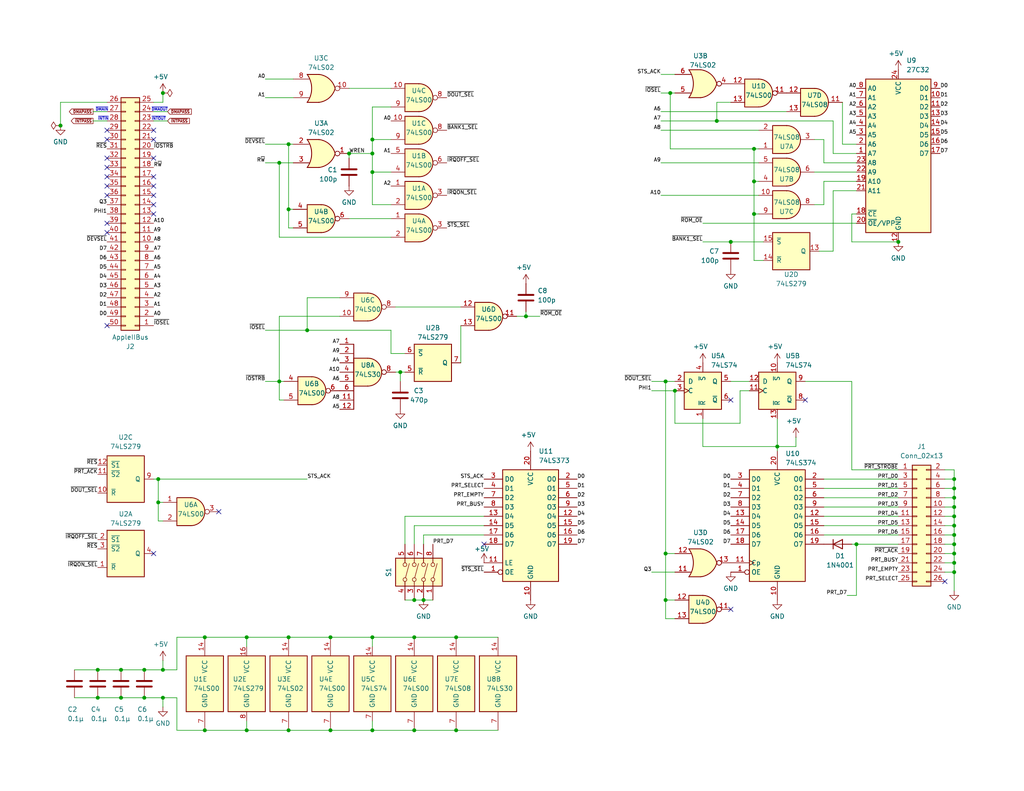
<source format=kicad_sch>
(kicad_sch (version 20231120) (generator "eeschema") (generator_version "8.0")
  (paper "USLetter")
  (title_block (title "Orange Micro Grappler+ Printer Card") (date "2023-11-06") (rev "C") (comment 2 "captured by Mark Aikens") (comment 3 "by Orange Micro") (comment 4 "Apple II printer card"))
  (lib_symbols
    (symbol "74xx:74LS00" (pin_names (offset 1.016))
      (property "Reference" "U" (at 0 1.27 0))
      (property "Value" "74LS00" (at 0 -1.27 0))
      (symbol "74LS00_1_1"
        (pin input line (at -7.62 2.54 0) (length 3.81) (name "~") (number "1"))
        (pin input line (at -7.62 -2.54 0) (length 3.81) (name "~") (number "2"))
        (pin output inverted (at 7.62 0 180) (length 3.81) (name "~") (number "3"))
      )
      (symbol "74LS00_1_2"
        (pin input inverted (at -7.62 2.54 0) (length 4.318) (name "~") (number "1"))
        (pin input inverted (at -7.62 -2.54 0) (length 4.318) (name "~") (number "2"))
        (pin output line (at 7.62 0 180) (length 3.81) (name "~") (number "3"))
      )
      (symbol "74LS00_2_1"
        (pin input line (at -7.62 2.54 0) (length 3.81) (name "~") (number "4"))
        (pin input line (at -7.62 -2.54 0) (length 3.81) (name "~") (number "5"))
        (pin output inverted (at 7.62 0 180) (length 3.81) (name "~") (number "6"))
      )
      (symbol "74LS00_2_2"
        (pin input inverted (at -7.62 2.54 0) (length 4.318) (name "~") (number "4"))
        (pin input inverted (at -7.62 -2.54 0) (length 4.318) (name "~") (number "5"))
        (pin output line (at 7.62 0 180) (length 3.81) (name "~") (number "6"))
      )
      (symbol "74LS00_3_1"
        (pin input line (at -7.62 -2.54 0) (length 3.81) (name "~") (number "10"))
        (pin output inverted (at 7.62 0 180) (length 3.81) (name "~") (number "8"))
        (pin input line (at -7.62 2.54 0) (length 3.81) (name "~") (number "9"))
      )
      (symbol "74LS00_3_2"
        (pin input inverted (at -7.62 -2.54 0) (length 4.318) (name "~") (number "10"))
        (pin output line (at 7.62 0 180) (length 3.81) (name "~") (number "8"))
        (pin input inverted (at -7.62 2.54 0) (length 4.318) (name "~") (number "9"))
      )
      (symbol "74LS00_4_1"
        (pin output inverted (at 7.62 0 180) (length 3.81) (name "~") (number "11"))
        (pin input line (at -7.62 2.54 0) (length 3.81) (name "~") (number "12"))
        (pin input line (at -7.62 -2.54 0) (length 3.81) (name "~") (number "13"))
      )
      (symbol "74LS00_4_2"
        (pin output line (at 7.62 0 180) (length 3.81) (name "~") (number "11"))
        (pin input inverted (at -7.62 2.54 0) (length 4.318) (name "~") (number "12"))
        (pin input inverted (at -7.62 -2.54 0) (length 4.318) (name "~") (number "13"))
      )
      (symbol "74LS00_5_0"
        (pin power_in line (at 0 12.7 270) (length 5.08) (name "VCC") (number "14"))
        (pin power_in line (at 0 -12.7 90) (length 5.08) (name "GND") (number "7"))
      )
    )
    (symbol "74xx:74LS02" (pin_names (offset 1.016))
      (property "Reference" "U" (at 0 1.27 0))
      (property "Value" "74LS02" (at 0 -1.27 0))
      (symbol "74LS02_1_1"
        (pin output inverted (at 7.62 0 180) (length 3.81) (name "~") (number "1"))
        (pin input line (at -7.62 2.54 0) (length 4.318) (name "~") (number "2"))
        (pin input line (at -7.62 -2.54 0) (length 4.318) (name "~") (number "3"))
      )
      (symbol "74LS02_1_2"
        (pin output line (at 7.62 0 180) (length 3.81) (name "~") (number "1"))
        (pin input inverted (at -7.62 2.54 0) (length 3.81) (name "~") (number "2"))
        (pin input inverted (at -7.62 -2.54 0) (length 3.81) (name "~") (number "3"))
      )
      (symbol "74LS02_2_1"
        (pin output inverted (at 7.62 0 180) (length 3.81) (name "~") (number "4"))
        (pin input line (at -7.62 2.54 0) (length 4.318) (name "~") (number "5"))
        (pin input line (at -7.62 -2.54 0) (length 4.318) (name "~") (number "6"))
      )
      (symbol "74LS02_2_2"
        (pin output line (at 7.62 0 180) (length 3.81) (name "~") (number "4"))
        (pin input inverted (at -7.62 2.54 0) (length 3.81) (name "~") (number "5"))
        (pin input inverted (at -7.62 -2.54 0) (length 3.81) (name "~") (number "6"))
      )
      (symbol "74LS02_3_1"
        (pin output inverted (at 7.62 0 180) (length 3.81) (name "~") (number "10"))
        (pin input line (at -7.62 2.54 0) (length 4.318) (name "~") (number "8"))
        (pin input line (at -7.62 -2.54 0) (length 4.318) (name "~") (number "9"))
      )
      (symbol "74LS02_3_2"
        (pin output line (at 7.62 0 180) (length 3.81) (name "~") (number "10"))
        (pin input inverted (at -7.62 2.54 0) (length 3.81) (name "~") (number "8"))
        (pin input inverted (at -7.62 -2.54 0) (length 3.81) (name "~") (number "9"))
      )
      (symbol "74LS02_4_1"
        (pin input line (at -7.62 2.54 0) (length 4.318) (name "~") (number "11"))
        (pin input line (at -7.62 -2.54 0) (length 4.318) (name "~") (number "12"))
        (pin output inverted (at 7.62 0 180) (length 3.81) (name "~") (number "13"))
      )
      (symbol "74LS02_4_2"
        (pin input inverted (at -7.62 2.54 0) (length 3.81) (name "~") (number "11"))
        (pin input inverted (at -7.62 -2.54 0) (length 3.81) (name "~") (number "12"))
        (pin output line (at 7.62 0 180) (length 3.81) (name "~") (number "13"))
      )
      (symbol "74LS02_5_0"
        (pin power_in line (at 0 12.7 270) (length 5.08) (name "VCC") (number "14"))
        (pin power_in line (at 0 -12.7 90) (length 5.08) (name "GND") (number "7"))
      )
    )
    (symbol "74xx:74LS08" (pin_names (offset 1.016))
      (property "Reference" "U" (at 0 1.27 0))
      (property "Value" "74LS08" (at 0 -1.27 0))
      (symbol "74LS08_1_1"
        (pin input line (at -7.62 2.54 0) (length 3.81) (name "~") (number "1"))
        (pin input line (at -7.62 -2.54 0) (length 3.81) (name "~") (number "2"))
        (pin output line (at 7.62 0 180) (length 3.81) (name "~") (number "3"))
      )
      (symbol "74LS08_1_2"
        (pin input inverted (at -7.62 2.54 0) (length 4.318) (name "~") (number "1"))
        (pin input inverted (at -7.62 -2.54 0) (length 4.318) (name "~") (number "2"))
        (pin output inverted (at 7.62 0 180) (length 3.81) (name "~") (number "3"))
      )
      (symbol "74LS08_2_1"
        (pin input line (at -7.62 2.54 0) (length 3.81) (name "~") (number "4"))
        (pin input line (at -7.62 -2.54 0) (length 3.81) (name "~") (number "5"))
        (pin output line (at 7.62 0 180) (length 3.81) (name "~") (number "6"))
      )
      (symbol "74LS08_2_2"
        (pin input inverted (at -7.62 2.54 0) (length 4.318) (name "~") (number "4"))
        (pin input inverted (at -7.62 -2.54 0) (length 4.318) (name "~") (number "5"))
        (pin output inverted (at 7.62 0 180) (length 3.81) (name "~") (number "6"))
      )
      (symbol "74LS08_3_1"
        (pin input line (at -7.62 -2.54 0) (length 3.81) (name "~") (number "10"))
        (pin output line (at 7.62 0 180) (length 3.81) (name "~") (number "8"))
        (pin input line (at -7.62 2.54 0) (length 3.81) (name "~") (number "9"))
      )
      (symbol "74LS08_3_2"
        (pin input inverted (at -7.62 -2.54 0) (length 4.318) (name "~") (number "10"))
        (pin output inverted (at 7.62 0 180) (length 3.81) (name "~") (number "8"))
        (pin input inverted (at -7.62 2.54 0) (length 4.318) (name "~") (number "9"))
      )
      (symbol "74LS08_4_1"
        (pin output line (at 7.62 0 180) (length 3.81) (name "~") (number "11"))
        (pin input line (at -7.62 2.54 0) (length 3.81) (name "~") (number "12"))
        (pin input line (at -7.62 -2.54 0) (length 3.81) (name "~") (number "13"))
      )
      (symbol "74LS08_4_2"
        (pin output inverted (at 7.62 0 180) (length 3.81) (name "~") (number "11"))
        (pin input inverted (at -7.62 2.54 0) (length 4.318) (name "~") (number "12"))
        (pin input inverted (at -7.62 -2.54 0) (length 4.318) (name "~") (number "13"))
      )
      (symbol "74LS08_5_0"
        (pin power_in line (at 0 12.7 270) (length 5.08) (name "VCC") (number "14"))
        (pin power_in line (at 0 -12.7 90) (length 5.08) (name "GND") (number "7"))
      )
    )
    (symbol "74xx:74LS30" (pin_names (offset 1.016))
      (property "Reference" "U" (at 0 1.27 0))
      (property "Value" "74LS30" (at 0 -1.27 0))
      (symbol "74LS30_1_1"
        (pin input line (at -7.62 7.62 0) (length 3.81) (name "~") (number "1"))
        (pin input line (at -7.62 -7.62 0) (length 3.81) (name "~") (number "11"))
        (pin input line (at -7.62 -10.16 0) (length 3.81) (name "~") (number "12"))
        (pin input line (at -7.62 5.08 0) (length 3.81) (name "~") (number "2"))
        (pin input line (at -7.62 2.54 0) (length 3.81) (name "~") (number "3"))
        (pin input line (at -7.62 0 0) (length 3.81) (name "~") (number "4"))
        (pin input line (at -7.62 -2.54 0) (length 3.81) (name "~") (number "5"))
        (pin input line (at -7.62 -5.08 0) (length 3.81) (name "~") (number "6"))
        (pin output inverted (at 7.62 0 180) (length 3.81) (name "~") (number "8"))
      )
      (symbol "74LS30_1_2"
        (pin input inverted (at -7.62 7.62 0) (length 3.81) (name "~") (number "1"))
        (pin input inverted (at -7.62 -7.62 0) (length 3.81) (name "~") (number "11"))
        (pin input inverted (at -7.62 -10.16 0) (length 3.81) (name "~") (number "12"))
        (pin input inverted (at -7.62 5.08 0) (length 3.81) (name "~") (number "2"))
        (pin input inverted (at -7.62 2.54 0) (length 4.5466) (name "~") (number "3"))
        (pin input inverted (at -7.62 0 0) (length 5.08) (name "~") (number "4"))
        (pin input inverted (at -7.62 -2.54 0) (length 4.5466) (name "~") (number "5"))
        (pin input inverted (at -7.62 -5.08 0) (length 3.81) (name "~") (number "6"))
        (pin output line (at 7.62 0 180) (length 3.81) (name "~") (number "8"))
      )
      (symbol "74LS30_2_0"
        (pin power_in line (at 0 12.7 270) (length 5.08) (name "VCC") (number "14"))
        (pin power_in line (at 0 -12.7 90) (length 5.08) (name "GND") (number "7"))
      )
    )
    (symbol "74xx:74LS373"
      (property "Reference" "U" (at -7.62 16.51 0))
      (property "Value" "74LS373" (at -7.62 -16.51 0))
      (symbol "74LS373_1_0"
        (pin input inverted (at -12.7 -12.7 0) (length 5.08) (name "OE") (number "1"))
        (pin power_in line (at 0 -20.32 90) (length 5.08) (name "GND") (number "10"))
        (pin input line (at -12.7 -10.16 0) (length 5.08) (name "LE") (number "11"))
        (pin tri_state line (at 12.7 2.54 180) (length 5.08) (name "O4") (number "12"))
        (pin input line (at -12.7 2.54 0) (length 5.08) (name "D4") (number "13"))
        (pin input line (at -12.7 0 0) (length 5.08) (name "D5") (number "14"))
        (pin tri_state line (at 12.7 0 180) (length 5.08) (name "O5") (number "15"))
        (pin tri_state line (at 12.7 -2.54 180) (length 5.08) (name "O6") (number "16"))
        (pin input line (at -12.7 -2.54 0) (length 5.08) (name "D6") (number "17"))
        (pin input line (at -12.7 -5.08 0) (length 5.08) (name "D7") (number "18"))
        (pin tri_state line (at 12.7 -5.08 180) (length 5.08) (name "O7") (number "19"))
        (pin tri_state line (at 12.7 12.7 180) (length 5.08) (name "O0") (number "2"))
        (pin power_in line (at 0 20.32 270) (length 5.08) (name "VCC") (number "20"))
        (pin input line (at -12.7 12.7 0) (length 5.08) (name "D0") (number "3"))
        (pin input line (at -12.7 10.16 0) (length 5.08) (name "D1") (number "4"))
        (pin tri_state line (at 12.7 10.16 180) (length 5.08) (name "O1") (number "5"))
        (pin tri_state line (at 12.7 7.62 180) (length 5.08) (name "O2") (number "6"))
        (pin input line (at -12.7 7.62 0) (length 5.08) (name "D2") (number "7"))
        (pin input line (at -12.7 5.08 0) (length 5.08) (name "D3") (number "8"))
        (pin tri_state line (at 12.7 5.08 180) (length 5.08) (name "O3") (number "9"))
      )
    )
    (symbol "74xx:74LS374"
      (property "Reference" "U" (at -7.62 16.51 0))
      (property "Value" "74LS374" (at -7.62 -16.51 0))
      (symbol "74LS374_1_0"
        (pin input inverted (at -12.7 -12.7 0) (length 5.08) (name "OE") (number "1"))
        (pin power_in line (at 0 -20.32 90) (length 5.08) (name "GND") (number "10"))
        (pin input clock (at -12.7 -10.16 0) (length 5.08) (name "Cp") (number "11"))
        (pin tri_state line (at 12.7 2.54 180) (length 5.08) (name "O4") (number "12"))
        (pin input line (at -12.7 2.54 0) (length 5.08) (name "D4") (number "13"))
        (pin input line (at -12.7 0 0) (length 5.08) (name "D5") (number "14"))
        (pin tri_state line (at 12.7 0 180) (length 5.08) (name "O5") (number "15"))
        (pin tri_state line (at 12.7 -2.54 180) (length 5.08) (name "O6") (number "16"))
        (pin input line (at -12.7 -2.54 0) (length 5.08) (name "D6") (number "17"))
        (pin input line (at -12.7 -5.08 0) (length 5.08) (name "D7") (number "18"))
        (pin tri_state line (at 12.7 -5.08 180) (length 5.08) (name "O7") (number "19"))
        (pin tri_state line (at 12.7 12.7 180) (length 5.08) (name "O0") (number "2"))
        (pin power_in line (at 0 20.32 270) (length 5.08) (name "VCC") (number "20"))
        (pin input line (at -12.7 12.7 0) (length 5.08) (name "D0") (number "3"))
        (pin input line (at -12.7 10.16 0) (length 5.08) (name "D1") (number "4"))
        (pin tri_state line (at 12.7 10.16 180) (length 5.08) (name "O1") (number "5"))
        (pin tri_state line (at 12.7 7.62 180) (length 5.08) (name "O2") (number "6"))
        (pin input line (at -12.7 7.62 0) (length 5.08) (name "D2") (number "7"))
        (pin input line (at -12.7 5.08 0) (length 5.08) (name "D3") (number "8"))
        (pin tri_state line (at 12.7 5.08 180) (length 5.08) (name "O3") (number "9"))
      )
    )
    (symbol "74xx:74LS74" (pin_names (offset 1.016))
      (property "Reference" "U" (at -7.62 8.89 0))
      (property "Value" "74LS74" (at -7.62 -8.89 0))
      (symbol "74LS74_1_0"
        (pin input line (at 0 -7.62 90) (length 2.54) (name "~{R}") (number "1"))
        (pin input line (at -7.62 2.54 0) (length 2.54) (name "D") (number "2"))
        (pin input clock (at -7.62 0 0) (length 2.54) (name "C") (number "3"))
        (pin input line (at 0 7.62 270) (length 2.54) (name "~{S}") (number "4"))
        (pin output line (at 7.62 2.54 180) (length 2.54) (name "Q") (number "5"))
        (pin output line (at 7.62 -2.54 180) (length 2.54) (name "~{Q}") (number "6"))
      )
      (symbol "74LS74_2_0"
        (pin input line (at 0 7.62 270) (length 2.54) (name "~{S}") (number "10"))
        (pin input clock (at -7.62 0 0) (length 2.54) (name "C") (number "11"))
        (pin input line (at -7.62 2.54 0) (length 2.54) (name "D") (number "12"))
        (pin input line (at 0 -7.62 90) (length 2.54) (name "~{R}") (number "13"))
        (pin output line (at 7.62 -2.54 180) (length 2.54) (name "~{Q}") (number "8"))
        (pin output line (at 7.62 2.54 180) (length 2.54) (name "Q") (number "9"))
      )
      (symbol "74LS74_3_0"
        (pin power_in line (at 0 10.16 270) (length 2.54) (name "VCC") (number "14"))
        (pin power_in line (at 0 -10.16 90) (length 2.54) (name "GND") (number "7"))
      )
    )
    (symbol "Connector_Generic:Conn_02x13_Odd_Even" (pin_names (offset 1.016) hide)
      (property "Reference" "J" (at 1.27 17.78 0))
      (property "Value" "Conn_02x13_Odd_Even" (at 1.27 -17.78 0))
      (symbol "Conn_02x13_Odd_Even_1_1"
        (pin passive line (at -5.08 15.24 0) (length 3.81) (name "Pin_1") (number "1"))
        (pin passive line (at 7.62 5.08 180) (length 3.81) (name "Pin_10") (number "10"))
        (pin passive line (at -5.08 2.54 0) (length 3.81) (name "Pin_11") (number "11"))
        (pin passive line (at 7.62 2.54 180) (length 3.81) (name "Pin_12") (number "12"))
        (pin passive line (at -5.08 0 0) (length 3.81) (name "Pin_13") (number "13"))
        (pin passive line (at 7.62 0 180) (length 3.81) (name "Pin_14") (number "14"))
        (pin passive line (at -5.08 -2.54 0) (length 3.81) (name "Pin_15") (number "15"))
        (pin passive line (at 7.62 -2.54 180) (length 3.81) (name "Pin_16") (number "16"))
        (pin passive line (at -5.08 -5.08 0) (length 3.81) (name "Pin_17") (number "17"))
        (pin passive line (at 7.62 -5.08 180) (length 3.81) (name "Pin_18") (number "18"))
        (pin passive line (at -5.08 -7.62 0) (length 3.81) (name "Pin_19") (number "19"))
        (pin passive line (at 7.62 15.24 180) (length 3.81) (name "Pin_2") (number "2"))
        (pin passive line (at 7.62 -7.62 180) (length 3.81) (name "Pin_20") (number "20"))
        (pin passive line (at -5.08 -10.16 0) (length 3.81) (name "Pin_21") (number "21"))
        (pin passive line (at 7.62 -10.16 180) (length 3.81) (name "Pin_22") (number "22"))
        (pin passive line (at -5.08 -12.7 0) (length 3.81) (name "Pin_23") (number "23"))
        (pin passive line (at 7.62 -12.7 180) (length 3.81) (name "Pin_24") (number "24"))
        (pin passive line (at -5.08 -15.24 0) (length 3.81) (name "Pin_25") (number "25"))
        (pin passive line (at 7.62 -15.24 180) (length 3.81) (name "Pin_26") (number "26"))
        (pin passive line (at -5.08 12.7 0) (length 3.81) (name "Pin_3") (number "3"))
        (pin passive line (at 7.62 12.7 180) (length 3.81) (name "Pin_4") (number "4"))
        (pin passive line (at -5.08 10.16 0) (length 3.81) (name "Pin_5") (number "5"))
        (pin passive line (at 7.62 10.16 180) (length 3.81) (name "Pin_6") (number "6"))
        (pin passive line (at -5.08 7.62 0) (length 3.81) (name "Pin_7") (number "7"))
        (pin passive line (at 7.62 7.62 180) (length 3.81) (name "Pin_8") (number "8"))
        (pin passive line (at -5.08 5.08 0) (length 3.81) (name "Pin_9") (number "9"))
      )
    )
    (symbol "Connector_Generic:Conn_02x25_Counter_Clockwise" (pin_names (offset 1.016) hide)
      (property "Reference" "J" (at 1.27 33.02 0))
      (property "Value" "Conn_02x25_Counter_Clockwise" (at 1.27 -33.02 0))
      (symbol "Conn_02x25_Counter_Clockwise_1_1"
        (pin passive line (at -5.08 30.48 0) (length 3.81) (name "Pin_1") (number "1"))
        (pin passive line (at -5.08 7.62 0) (length 3.81) (name "Pin_10") (number "10"))
        (pin passive line (at -5.08 5.08 0) (length 3.81) (name "Pin_11") (number "11"))
        (pin passive line (at -5.08 2.54 0) (length 3.81) (name "Pin_12") (number "12"))
        (pin passive line (at -5.08 0 0) (length 3.81) (name "Pin_13") (number "13"))
        (pin passive line (at -5.08 -2.54 0) (length 3.81) (name "Pin_14") (number "14"))
        (pin passive line (at -5.08 -5.08 0) (length 3.81) (name "Pin_15") (number "15"))
        (pin passive line (at -5.08 -7.62 0) (length 3.81) (name "Pin_16") (number "16"))
        (pin passive line (at -5.08 -10.16 0) (length 3.81) (name "Pin_17") (number "17"))
        (pin passive line (at -5.08 -12.7 0) (length 3.81) (name "Pin_18") (number "18"))
        (pin passive line (at -5.08 -15.24 0) (length 3.81) (name "Pin_19") (number "19"))
        (pin passive line (at -5.08 27.94 0) (length 3.81) (name "Pin_2") (number "2"))
        (pin passive line (at -5.08 -17.78 0) (length 3.81) (name "Pin_20") (number "20"))
        (pin passive line (at -5.08 -20.32 0) (length 3.81) (name "Pin_21") (number "21"))
        (pin passive line (at -5.08 -22.86 0) (length 3.81) (name "Pin_22") (number "22"))
        (pin passive line (at -5.08 -25.4 0) (length 3.81) (name "Pin_23") (number "23"))
        (pin passive line (at -5.08 -27.94 0) (length 3.81) (name "Pin_24") (number "24"))
        (pin passive line (at -5.08 -30.48 0) (length 3.81) (name "Pin_25") (number "25"))
        (pin passive line (at 7.62 -30.48 180) (length 3.81) (name "Pin_26") (number "26"))
        (pin passive line (at 7.62 -27.94 180) (length 3.81) (name "Pin_27") (number "27"))
        (pin passive line (at 7.62 -25.4 180) (length 3.81) (name "Pin_28") (number "28"))
        (pin passive line (at 7.62 -22.86 180) (length 3.81) (name "Pin_29") (number "29"))
        (pin passive line (at -5.08 25.4 0) (length 3.81) (name "Pin_3") (number "3"))
        (pin passive line (at 7.62 -20.32 180) (length 3.81) (name "Pin_30") (number "30"))
        (pin passive line (at 7.62 -17.78 180) (length 3.81) (name "Pin_31") (number "31"))
        (pin passive line (at 7.62 -15.24 180) (length 3.81) (name "Pin_32") (number "32"))
        (pin passive line (at 7.62 -12.7 180) (length 3.81) (name "Pin_33") (number "33"))
        (pin passive line (at 7.62 -10.16 180) (length 3.81) (name "Pin_34") (number "34"))
        (pin passive line (at 7.62 -7.62 180) (length 3.81) (name "Pin_35") (number "35"))
        (pin passive line (at 7.62 -5.08 180) (length 3.81) (name "Pin_36") (number "36"))
        (pin passive line (at 7.62 -2.54 180) (length 3.81) (name "Pin_37") (number "37"))
        (pin passive line (at 7.62 0 180) (length 3.81) (name "Pin_38") (number "38"))
        (pin passive line (at 7.62 2.54 180) (length 3.81) (name "Pin_39") (number "39"))
        (pin passive line (at -5.08 22.86 0) (length 3.81) (name "Pin_4") (number "4"))
        (pin passive line (at 7.62 5.08 180) (length 3.81) (name "Pin_40") (number "40"))
        (pin passive line (at 7.62 7.62 180) (length 3.81) (name "Pin_41") (number "41"))
        (pin passive line (at 7.62 10.16 180) (length 3.81) (name "Pin_42") (number "42"))
        (pin passive line (at 7.62 12.7 180) (length 3.81) (name "Pin_43") (number "43"))
        (pin passive line (at 7.62 15.24 180) (length 3.81) (name "Pin_44") (number "44"))
        (pin passive line (at 7.62 17.78 180) (length 3.81) (name "Pin_45") (number "45"))
        (pin passive line (at 7.62 20.32 180) (length 3.81) (name "Pin_46") (number "46"))
        (pin passive line (at 7.62 22.86 180) (length 3.81) (name "Pin_47") (number "47"))
        (pin passive line (at 7.62 25.4 180) (length 3.81) (name "Pin_48") (number "48"))
        (pin passive line (at 7.62 27.94 180) (length 3.81) (name "Pin_49") (number "49"))
        (pin passive line (at -5.08 20.32 0) (length 3.81) (name "Pin_5") (number "5"))
        (pin passive line (at 7.62 30.48 180) (length 3.81) (name "Pin_50") (number "50"))
        (pin passive line (at -5.08 17.78 0) (length 3.81) (name "Pin_6") (number "6"))
        (pin passive line (at -5.08 15.24 0) (length 3.81) (name "Pin_7") (number "7"))
        (pin passive line (at -5.08 12.7 0) (length 3.81) (name "Pin_8") (number "8"))
        (pin passive line (at -5.08 10.16 0) (length 3.81) (name "Pin_9") (number "9"))
      )
    )
    (symbol "Device:C" (pin_numbers hide) (pin_names (offset 0.254))
      (property "Reference" "C" (at 0.635 2.54 0))
      (property "Value" "C" (at 0.635 -2.54 0))
      (symbol "C_1_1"
        (pin passive line (at 0 3.81 270) (length 2.794) (name "~") (number "1"))
        (pin passive line (at 0 -3.81 90) (length 2.794) (name "~") (number "2"))
      )
    )
    (symbol "Device:D" (pin_numbers hide) (pin_names (offset 1.016) hide)
      (property "Reference" "D" (at 0 2.54 0))
      (property "Value" "D" (at 0 -2.54 0))
      (symbol "D_1_1"
        (pin passive line (at -3.81 0 0) (length 2.54) (name "K") (number "1"))
        (pin passive line (at 3.81 0 180) (length 2.54) (name "A") (number "2"))
      )
    )
    (symbol "Logic_Legacy:74LS279" (pin_names (offset 1.016))
      (property "Reference" "U" (at -10.16 7.62 0))
      (property "Value" "74LS279" (at -7.62 -8.89 0))
      (symbol "74LS279_1_0"
        (pin input line (at -7.62 -3.81 0) (length 2.54) (name "~{R}") (number "1"))
        (pin input line (at -7.62 3.81 0) (length 2.54) (name "~{S1}") (number "2"))
        (pin input line (at -7.62 1.27 0) (length 2.54) (name "~{S2}") (number "3"))
        (pin output line (at 7.62 0 180) (length 2.54) (name "Q") (number "4"))
      )
      (symbol "74LS279_2_0"
        (pin input line (at -7.62 -2.54 0) (length 2.54) (name "~{R}") (number "5"))
        (pin input line (at -7.62 2.54 0) (length 2.54) (name "~{S}") (number "6"))
        (pin output line (at 7.62 0 180) (length 2.54) (name "Q") (number "7"))
      )
      (symbol "74LS279_3_0"
        (pin input line (at -7.62 -3.81 0) (length 2.54) (name "~{R}") (number "10"))
        (pin input line (at -7.62 1.27 0) (length 2.54) (name "~{S2}") (number "11"))
        (pin input line (at -7.62 3.81 0) (length 2.54) (name "~{S1}") (number "12"))
        (pin output line (at 7.62 0 180) (length 2.54) (name "Q") (number "9"))
      )
      (symbol "74LS279_4_0"
        (pin output line (at 7.62 0 180) (length 2.54) (name "Q") (number "13"))
        (pin input line (at -7.62 -2.54 0) (length 2.54) (name "~{R}") (number "14"))
        (pin input line (at -7.62 2.54 0) (length 2.54) (name "~{S}") (number "15"))
      )
      (symbol "74LS279_5_0"
        (pin power_in line (at 0 10.16 270) (length 2.54) (name "VCC") (number "16"))
        (pin power_in line (at 0 -10.16 90) (length 2.54) (name "GND") (number "8"))
      )
    )
    (symbol "Memory_Legacy:27C32"
      (property "Reference" "U" (at -7.62 24.13 0))
      (property "Value" "27C32" (at 2.54 -20.32 0))
      (symbol "27C32_1_1"
        (pin input line (at -10.16 2.54 0) (length 2.54) (name "A7") (number "1"))
        (pin tri_state line (at 12.7 17.78 180) (length 2.54) (name "D1") (number "10"))
        (pin tri_state line (at 12.7 15.24 180) (length 2.54) (name "D2") (number "11"))
        (pin power_in line (at 1.27 -21.59 90) (length 2.54) (name "GND") (number "12"))
        (pin tri_state line (at 12.7 12.7 180) (length 2.54) (name "D3") (number "13"))
        (pin tri_state line (at 12.7 10.16 180) (length 2.54) (name "D4") (number "14"))
        (pin tri_state line (at 12.7 7.62 180) (length 2.54) (name "D5") (number "15"))
        (pin tri_state line (at 12.7 5.08 180) (length 2.54) (name "D6") (number "16"))
        (pin tri_state line (at 12.7 2.54 180) (length 2.54) (name "D7") (number "17"))
        (pin input line (at -10.16 -13.97 0) (length 2.54) (name "~{CE}") (number "18"))
        (pin input line (at -10.16 -5.08 0) (length 2.54) (name "A10") (number "19"))
        (pin input line (at -10.16 5.08 0) (length 2.54) (name "A6") (number "2"))
        (pin input line (at -10.16 -16.51 0) (length 2.54) (name "~{OE}/VPP") (number "20"))
        (pin input line (at -10.16 -7.62 0) (length 2.54) (name "A11") (number "21"))
        (pin input line (at -10.16 -2.54 0) (length 2.54) (name "A9") (number "22"))
        (pin input line (at -10.16 0 0) (length 2.54) (name "A8") (number "23"))
        (pin power_in line (at 1.27 25.4 270) (length 2.54) (name "VCC") (number "24"))
        (pin input line (at -10.16 7.62 0) (length 2.54) (name "A5") (number "3"))
        (pin input line (at -10.16 10.16 0) (length 2.54) (name "A4") (number "4"))
        (pin input line (at -10.16 12.7 0) (length 2.54) (name "A3") (number "5"))
        (pin input line (at -10.16 15.24 0) (length 2.54) (name "A2") (number "6"))
        (pin input line (at -10.16 17.78 0) (length 2.54) (name "A1") (number "7"))
        (pin input line (at -10.16 20.32 0) (length 2.54) (name "A0") (number "8"))
        (pin tri_state line (at 12.7 20.32 180) (length 2.54) (name "D0") (number "9"))
      )
    )
    (symbol "Switch:SW_DIP_x04" (pin_names (offset 0) hide)
      (property "Reference" "SW" (at 0 8.89 0))
      (property "Value" "SW_DIP_x04" (at 0 -6.35 0))
      (symbol "SW_DIP_x04_1_1"
        (pin passive line (at -7.62 5.08 0) (length 5.08) (name "~") (number "1"))
        (pin passive line (at -7.62 2.54 0) (length 5.08) (name "~") (number "2"))
        (pin passive line (at -7.62 0 0) (length 5.08) (name "~") (number "3"))
        (pin passive line (at -7.62 -2.54 0) (length 5.08) (name "~") (number "4"))
        (pin passive line (at 7.62 -2.54 180) (length 5.08) (name "~") (number "5"))
        (pin passive line (at 7.62 0 180) (length 5.08) (name "~") (number "6"))
        (pin passive line (at 7.62 2.54 180) (length 5.08) (name "~") (number "7"))
        (pin passive line (at 7.62 5.08 180) (length 5.08) (name "~") (number "8"))
      )
    )
    (symbol "power:+5V" (power) (pin_numbers hide) (pin_names (offset 0) hide)
      (property "Value" "+5V" (at 0 3.556 0))
      (symbol "+5V_1_1"
        (pin power_in line (at 0 0 90) (length 0) (name "~") (number "1"))
      )
    )
    (symbol "power:GND" (power) (pin_numbers hide) (pin_names (offset 0) hide)
      (property "Value" "GND" (at 0 -3.81 0))
      (symbol "GND_1_1"
        (pin power_in line (at 0 0 270) (length 0) (name "~") (number "1"))
      )
    )
    (symbol "power:PWR_FLAG" (power) (pin_numbers hide) (pin_names (offset 0) hide)
      (property "Value" "PWR_FLAG" (at 0 3.81 0))
      (symbol "PWR_FLAG_0_0"
        (pin power_out line (at 0 0 90) (length 0) (name "~") (number "1"))
      )
    )
  )
  (junction (at 101.6 38.1))
  (junction (at 101.6 199.39))
  (junction (at 55.88 199.39))
  (junction (at 95.25 41.91))
  (junction (at 260.35 153.67))
  (junction (at 260.35 135.89))
  (junction (at 109.22 101.6))
  (junction (at 182.88 25.4))
  (junction (at 181.61 163.83))
  (junction (at 199.39 66.04))
  (junction (at 233.68 148.59))
  (junction (at 67.31 173.99))
  (junction (at 33.02 190.5))
  (junction (at 67.31 199.39))
  (junction (at 260.35 133.35))
  (junction (at 78.74 57.15))
  (junction (at 260.35 138.43))
  (junction (at 181.61 151.13))
  (junction (at 55.88 173.99))
  (junction (at 205.74 58.42))
  (junction (at 260.35 148.59))
  (junction (at 260.35 151.13))
  (junction (at 113.03 163.83))
  (junction (at 33.02 182.88))
  (junction (at 76.2 104.14))
  (junction (at 90.17 199.39))
  (junction (at 115.57 163.83))
  (junction (at 43.18 130.81))
  (junction (at 26.67 190.5))
  (junction (at 212.09 121.92))
  (junction (at 143.51 86.36))
  (junction (at 113.03 173.99))
  (junction (at 260.35 130.81))
  (junction (at 245.11 66.04))
  (junction (at 26.67 182.88))
  (junction (at 205.74 40.64))
  (junction (at 260.35 146.05))
  (junction (at 101.6 173.99))
  (junction (at 184.15 106.68))
  (junction (at 90.17 173.99))
  (junction (at 124.46 199.39))
  (junction (at 78.74 199.39))
  (junction (at 44.45 182.88))
  (junction (at 195.58 33.02))
  (junction (at 83.82 90.17))
  (junction (at 16.51 34.29))
  (junction (at 181.61 104.14))
  (junction (at 78.74 39.37))
  (junction (at 76.2 44.45))
  (junction (at 44.45 190.5))
  (junction (at 124.46 173.99))
  (junction (at 205.74 49.53))
  (junction (at 101.6 46.99))
  (junction (at 260.35 143.51))
  (junction (at 39.37 190.5))
  (junction (at 260.35 140.97))
  (junction (at 101.6 41.91))
  (junction (at 78.74 173.99))
  (junction (at 44.45 25.4))
  (junction (at 39.37 182.88))
  (junction (at 43.18 137.16))
  (junction (at 113.03 199.39))
  (junction (at 260.35 156.21))
  (no_connect (at 257.81 158.75))
  (no_connect (at 199.39 166.37))
  (no_connect (at 29.21 43.18))
  (no_connect (at 29.21 48.26))
  (no_connect (at 41.91 58.42))
  (no_connect (at 29.21 38.1))
  (no_connect (at 132.08 148.59))
  (no_connect (at 29.21 88.9))
  (no_connect (at 29.21 53.34))
  (no_connect (at 29.21 60.96))
  (no_connect (at 219.71 109.22))
  (no_connect (at 29.21 63.5))
  (no_connect (at 41.91 55.88))
  (no_connect (at 29.21 50.8))
  (no_connect (at 41.91 151.13))
  (no_connect (at 59.69 139.7))
  (no_connect (at 199.39 109.22))
  (no_connect (at 41.91 43.18))
  (no_connect (at 41.91 50.8))
  (no_connect (at 41.91 35.56))
  (no_connect (at 41.91 38.1))
  (no_connect (at 29.21 35.56))
  (no_connect (at 41.91 48.26))
  (no_connect (at 29.21 45.72))
  (no_connect (at 41.91 53.34))
  (wire (pts (xy 180.34 20.32) (xy 184.15 20.32)))
  (wire (pts (xy 180.34 33.02) (xy 195.58 33.02)))
  (wire (pts (xy 180.34 25.4) (xy 182.88 25.4)))
  (wire (pts (xy 106.68 90.17) (xy 106.68 96.52)))
  (wire (pts (xy 232.41 58.42) (xy 232.41 66.04)))
  (wire (pts (xy 124.46 173.99) (xy 135.89 173.99)))
  (wire (pts (xy 191.77 121.92) (xy 191.77 114.3)))
  (wire (pts (xy 232.41 148.59) (xy 233.68 148.59)))
  (wire (pts (xy 90.17 173.99) (xy 101.6 173.99)))
  (wire (pts (xy 110.49 140.97) (xy 132.08 140.97)))
  (wire (pts (xy 77.47 104.14) (xy 76.2 104.14)))
  (wire (pts (xy 41.91 130.81) (xy 43.18 130.81)))
  (wire (pts (xy 101.6 41.91) (xy 101.6 46.99)))
  (wire (pts (xy 260.35 138.43) (xy 260.35 140.97)))
  (wire (pts (xy 101.6 199.39) (xy 101.6 196.85)))
  (wire (pts (xy 184.15 163.83) (xy 181.61 163.83)))
  (wire (pts (xy 78.74 39.37) (xy 78.74 57.15)))
  (wire (pts (xy 72.39 90.17) (xy 83.82 90.17)))
  (wire (pts (xy 212.09 121.92) (xy 212.09 123.19)))
  (wire (pts (xy 227.33 33.02) (xy 227.33 41.91)))
  (wire (pts (xy 76.2 109.22) (xy 76.2 104.14)))
  (wire (pts (xy 257.81 138.43) (xy 260.35 138.43)))
  (wire (pts (xy 101.6 38.1) (xy 106.68 38.1)))
  (wire (pts (xy 199.39 66.04) (xy 208.28 66.04)))
  (wire (pts (xy 76.2 44.45) (xy 80.01 44.45)))
  (wire (pts (xy 125.73 88.9) (xy 125.73 99.06)))
  (wire (pts (xy 224.79 130.81) (xy 245.11 130.81)))
  (wire (pts (xy 67.31 173.99) (xy 78.74 173.99)))
  (wire (pts (xy 224.79 135.89) (xy 245.11 135.89)))
  (wire (pts (xy 55.88 173.99) (xy 67.31 173.99)))
  (wire (pts (xy 227.33 68.58) (xy 223.52 68.58)))
  (wire (pts (xy 233.68 148.59) (xy 245.11 148.59)))
  (wire (pts (xy 201.93 106.68) (xy 204.47 106.68)))
  (wire (pts (xy 257.81 133.35) (xy 260.35 133.35)))
  (wire (pts (xy 101.6 173.99) (xy 101.6 176.53)))
  (wire (pts (xy 182.88 40.64) (xy 205.74 40.64)))
  (wire (pts (xy 260.35 135.89) (xy 260.35 138.43)))
  (wire (pts (xy 181.61 104.14) (xy 181.61 151.13)))
  (wire (pts (xy 78.74 57.15) (xy 80.01 57.15)))
  (wire (pts (xy 260.35 128.27) (xy 260.35 130.81)))
  (wire (pts (xy 48.26 190.5) (xy 48.26 199.39)))
  (wire (pts (xy 106.68 46.99) (xy 101.6 46.99)))
  (wire (pts (xy 222.25 46.99) (xy 233.68 46.99)))
  (wire (pts (xy 72.39 104.14) (xy 76.2 104.14)))
  (wire (pts (xy 95.25 41.91) (xy 101.6 41.91)))
  (wire (pts (xy 227.33 52.07) (xy 233.68 52.07)))
  (wire (pts (xy 101.6 38.1) (xy 101.6 41.91)))
  (wire (pts (xy 110.49 140.97) (xy 110.49 148.59)))
  (wire (pts (xy 90.17 199.39) (xy 101.6 199.39)))
  (wire (pts (xy 233.68 58.42) (xy 232.41 58.42)))
  (wire (pts (xy 76.2 44.45) (xy 76.2 64.77)))
  (wire (pts (xy 257.81 151.13) (xy 260.35 151.13)))
  (wire (pts (xy 177.8 104.14) (xy 181.61 104.14)))
  (wire (pts (xy 115.57 146.05) (xy 115.57 148.59)))
  (wire (pts (xy 257.81 140.97) (xy 260.35 140.97)))
  (wire (pts (xy 67.31 199.39) (xy 67.31 196.85)))
  (wire (pts (xy 184.15 106.68) (xy 184.15 115.57)))
  (wire (pts (xy 33.02 190.5) (xy 39.37 190.5)))
  (wire (pts (xy 115.57 163.83) (xy 113.03 163.83)))
  (wire (pts (xy 180.34 35.56) (xy 207.01 35.56)))
  (wire (pts (xy 101.6 46.99) (xy 101.6 55.88)))
  (wire (pts (xy 205.74 58.42) (xy 205.74 71.12)))
  (wire (pts (xy 33.02 182.88) (xy 39.37 182.88)))
  (wire (pts (xy 110.49 101.6) (xy 109.22 101.6)))
  (wire (pts (xy 201.93 106.68) (xy 201.93 115.57)))
  (wire (pts (xy 72.39 21.59) (xy 80.01 21.59)))
  (wire (pts (xy 95.25 24.13) (xy 106.68 24.13)))
  (wire (pts (xy 222.25 55.88) (xy 224.79 55.88)))
  (wire (pts (xy 180.34 44.45) (xy 207.01 44.45)))
  (wire (pts (xy 107.95 83.82) (xy 125.73 83.82)))
  (wire (pts (xy 101.6 199.39) (xy 113.03 199.39)))
  (wire (pts (xy 260.35 151.13) (xy 260.35 153.67)))
  (wire (pts (xy 181.61 151.13) (xy 184.15 151.13)))
  (wire (pts (xy 113.03 143.51) (xy 132.08 143.51)))
  (wire (pts (xy 25.4 30.48) (xy 29.21 30.48)))
  (wire (pts (xy 115.57 146.05) (xy 132.08 146.05)))
  (wire (pts (xy 227.33 52.07) (xy 227.33 68.58)))
  (wire (pts (xy 101.6 173.99) (xy 113.03 173.99)))
  (wire (pts (xy 260.35 156.21) (xy 260.35 161.29)))
  (wire (pts (xy 224.79 133.35) (xy 245.11 133.35)))
  (wire (pts (xy 217.17 121.92) (xy 212.09 121.92)))
  (wire (pts (xy 177.8 156.21) (xy 184.15 156.21)))
  (wire (pts (xy 257.81 146.05) (xy 260.35 146.05)))
  (wire (pts (xy 124.46 199.39) (xy 135.89 199.39)))
  (wire (pts (xy 205.74 71.12) (xy 208.28 71.12)))
  (wire (pts (xy 76.2 64.77) (xy 106.68 64.77)))
  (wire (pts (xy 43.18 137.16) (xy 43.18 142.24)))
  (wire (pts (xy 43.18 130.81) (xy 43.18 137.16)))
  (wire (pts (xy 181.61 151.13) (xy 181.61 163.83)))
  (wire (pts (xy 260.35 130.81) (xy 260.35 133.35)))
  (wire (pts (xy 118.11 163.83) (xy 115.57 163.83)))
  (wire (pts (xy 195.58 33.02) (xy 227.33 33.02)))
  (wire (pts (xy 260.35 143.51) (xy 260.35 146.05)))
  (wire (pts (xy 224.79 146.05) (xy 245.11 146.05)))
  (wire (pts (xy 224.79 38.1) (xy 222.25 38.1)))
  (wire (pts (xy 147.32 86.36) (xy 143.51 86.36)))
  (wire (pts (xy 48.26 199.39) (xy 55.88 199.39)))
  (wire (pts (xy 41.91 30.48) (xy 45.72 30.48)))
  (wire (pts (xy 25.4 33.02) (xy 29.21 33.02)))
  (wire (pts (xy 207.01 40.64) (xy 205.74 40.64)))
  (wire (pts (xy 231.14 162.56) (xy 233.68 162.56)))
  (wire (pts (xy 44.45 182.88) (xy 48.26 182.88)))
  (wire (pts (xy 95.25 41.91) (xy 95.25 43.18)))
  (wire (pts (xy 184.15 25.4) (xy 182.88 25.4)))
  (wire (pts (xy 43.18 142.24) (xy 44.45 142.24)))
  (wire (pts (xy 212.09 114.3) (xy 212.09 121.92)))
  (wire (pts (xy 260.35 140.97) (xy 260.35 143.51)))
  (wire (pts (xy 106.68 29.21) (xy 101.6 29.21)))
  (wire (pts (xy 44.45 25.4) (xy 44.45 27.94)))
  (wire (pts (xy 72.39 39.37) (xy 78.74 39.37)))
  (wire (pts (xy 229.87 39.37) (xy 233.68 39.37)))
  (wire (pts (xy 191.77 60.96) (xy 233.68 60.96)))
  (wire (pts (xy 107.95 101.6) (xy 109.22 101.6)))
  (wire (pts (xy 260.35 148.59) (xy 260.35 151.13)))
  (wire (pts (xy 257.81 135.89) (xy 260.35 135.89)))
  (wire (pts (xy 101.6 55.88) (xy 106.68 55.88)))
  (wire (pts (xy 44.45 193.04) (xy 44.45 190.5)))
  (wire (pts (xy 260.35 146.05) (xy 260.35 148.59)))
  (wire (pts (xy 143.51 86.36) (xy 140.97 86.36)))
  (wire (pts (xy 78.74 199.39) (xy 90.17 199.39)))
  (wire (pts (xy 83.82 90.17) (xy 106.68 90.17)))
  (wire (pts (xy 180.34 30.48) (xy 214.63 30.48)))
  (wire (pts (xy 232.41 128.27) (xy 245.11 128.27)))
  (wire (pts (xy 55.88 199.39) (xy 67.31 199.39)))
  (wire (pts (xy 257.81 130.81) (xy 260.35 130.81)))
  (wire (pts (xy 260.35 153.67) (xy 260.35 156.21)))
  (wire (pts (xy 224.79 55.88) (xy 224.79 49.53)))
  (wire (pts (xy 16.51 27.94) (xy 16.51 34.29)))
  (wire (pts (xy 257.81 148.59) (xy 260.35 148.59)))
  (wire (pts (xy 260.35 156.21) (xy 257.81 156.21)))
  (wire (pts (xy 113.03 173.99) (xy 124.46 173.99)))
  (wire (pts (xy 233.68 148.59) (xy 233.68 162.56)))
  (wire (pts (xy 224.79 138.43) (xy 245.11 138.43)))
  (wire (pts (xy 113.03 199.39) (xy 124.46 199.39)))
  (wire (pts (xy 205.74 49.53) (xy 207.01 49.53)))
  (wire (pts (xy 224.79 143.51) (xy 245.11 143.51)))
  (wire (pts (xy 67.31 173.99) (xy 67.31 176.53)))
  (wire (pts (xy 67.31 199.39) (xy 78.74 199.39)))
  (wire (pts (xy 72.39 26.67) (xy 80.01 26.67)))
  (wire (pts (xy 224.79 49.53) (xy 233.68 49.53)))
  (wire (pts (xy 48.26 173.99) (xy 48.26 182.88)))
  (wire (pts (xy 143.51 85.09) (xy 143.51 86.36)))
  (wire (pts (xy 181.61 163.83) (xy 181.61 168.91)))
  (wire (pts (xy 43.18 130.81) (xy 83.82 130.81)))
  (wire (pts (xy 76.2 86.36) (xy 92.71 86.36)))
  (wire (pts (xy 195.58 27.94) (xy 195.58 33.02)))
  (wire (pts (xy 260.35 133.35) (xy 260.35 135.89)))
  (wire (pts (xy 257.81 128.27) (xy 260.35 128.27)))
  (wire (pts (xy 109.22 101.6) (xy 109.22 104.14)))
  (wire (pts (xy 184.15 168.91) (xy 181.61 168.91)))
  (wire (pts (xy 219.71 104.14) (xy 232.41 104.14)))
  (wire (pts (xy 232.41 104.14) (xy 232.41 128.27)))
  (wire (pts (xy 44.45 190.5) (xy 48.26 190.5)))
  (wire (pts (xy 191.77 66.04) (xy 199.39 66.04)))
  (wire (pts (xy 78.74 62.23) (xy 80.01 62.23)))
  (wire (pts (xy 20.32 182.88) (xy 26.67 182.88)))
  (wire (pts (xy 229.87 27.94) (xy 229.87 39.37)))
  (wire (pts (xy 106.68 96.52) (xy 110.49 96.52)))
  (wire (pts (xy 55.88 173.99) (xy 48.26 173.99)))
  (wire (pts (xy 180.34 53.34) (xy 207.01 53.34)))
  (wire (pts (xy 113.03 163.83) (xy 110.49 163.83)))
  (wire (pts (xy 113.03 148.59) (xy 113.03 143.51)))
  (wire (pts (xy 83.82 90.17) (xy 83.82 81.28)))
  (wire (pts (xy 43.18 137.16) (xy 44.45 137.16)))
  (wire (pts (xy 72.39 44.45) (xy 76.2 44.45)))
  (wire (pts (xy 44.45 180.34) (xy 44.45 182.88)))
  (wire (pts (xy 199.39 104.14) (xy 204.47 104.14)))
  (wire (pts (xy 217.17 121.92) (xy 217.17 119.38)))
  (wire (pts (xy 95.25 59.69) (xy 106.68 59.69)))
  (wire (pts (xy 205.74 49.53) (xy 205.74 58.42)))
  (wire (pts (xy 191.77 121.92) (xy 212.09 121.92)))
  (wire (pts (xy 78.74 173.99) (xy 90.17 173.99)))
  (wire (pts (xy 205.74 58.42) (xy 207.01 58.42)))
  (wire (pts (xy 224.79 44.45) (xy 233.68 44.45)))
  (wire (pts (xy 232.41 66.04) (xy 245.11 66.04)))
  (wire (pts (xy 257.81 143.51) (xy 260.35 143.51)))
  (wire (pts (xy 26.67 182.88) (xy 33.02 182.88)))
  (wire (pts (xy 201.93 115.57) (xy 184.15 115.57)))
  (wire (pts (xy 20.32 190.5) (xy 26.67 190.5)))
  (wire (pts (xy 224.79 140.97) (xy 245.11 140.97)))
  (wire (pts (xy 257.81 153.67) (xy 260.35 153.67)))
  (wire (pts (xy 39.37 182.88) (xy 44.45 182.88)))
  (wire (pts (xy 77.47 109.22) (xy 76.2 109.22)))
  (wire (pts (xy 41.91 33.02) (xy 45.72 33.02)))
  (wire (pts (xy 205.74 40.64) (xy 205.74 49.53)))
  (wire (pts (xy 39.37 190.5) (xy 44.45 190.5)))
  (wire (pts (xy 182.88 25.4) (xy 182.88 40.64)))
  (wire (pts (xy 227.33 41.91) (xy 233.68 41.91)))
  (wire (pts (xy 181.61 104.14) (xy 184.15 104.14)))
  (wire (pts (xy 76.2 86.36) (xy 76.2 104.14)))
  (wire (pts (xy 195.58 27.94) (xy 199.39 27.94)))
  (wire (pts (xy 26.67 190.5) (xy 33.02 190.5)))
  (wire (pts (xy 224.79 44.45) (xy 224.79 38.1)))
  (wire (pts (xy 177.8 106.68) (xy 184.15 106.68)))
  (wire (pts (xy 78.74 57.15) (xy 78.74 62.23)))
  (wire (pts (xy 78.74 39.37) (xy 80.01 39.37)))
  (wire (pts (xy 29.21 27.94) (xy 16.51 27.94)))
  (wire (pts (xy 44.45 27.94) (xy 41.91 27.94)))
  (wire (pts (xy 83.82 81.28) (xy 92.71 81.28)))
  (wire (pts (xy 101.6 29.21) (xy 101.6 38.1)))
  (text "~{DMAIN}" (at 26.035 30.48 0) (effects (font (size 0.75 0.75)) (justify left bottom)))
  (text "~{INTOUT}" (at 41.275 33.02 0) (effects (font (size 0.75 0.75)) (justify left bottom)))
  (text "~{DMAOUT}" (at 41.275 30.48 0) (effects (font (size 0.75 0.75)) (justify left bottom)))
  (text "~{INTIN}" (at 26.67 33.02 0) (effects (font (size 0.75 0.75)) (justify left bottom)))
  (label "Q3" (at 29.21 55.88 180) (effects (font (size 1 1))))
  (label "A2" (at 106.68 50.8 180) (effects (font (size 1 1))))
  (label "D3" (at 256.54 31.75 0) (effects (font (size 1 1))))
  (label "A9" (at 180.34 44.45 180) (effects (font (size 1 1))))
  (label "A6" (at 180.34 30.48 180) (effects (font (size 1 1))))
  (label "A3" (at 41.91 78.74 0) (effects (font (size 1 1))))
  (label "A6" (at 41.91 71.12 0) (effects (font (size 1 1))))
  (label "~{IOSTRB}" (at 41.91 40.64 0) (effects (font (size 1 1))))
  (label "STS_ACK" (at 132.08 130.81 180) (effects (font (size 1 1))))
  (label "~{PRT_ACK}" (at 245.11 151.13 180) (effects (font (size 1 1))))
  (label "D5" (at 256.54 36.83 0) (effects (font (size 1 1))))
  (label "D5" (at 29.21 73.66 180) (effects (font (size 1 1))))
  (label "D2" (at 29.21 81.28 180) (effects (font (size 1 1))))
  (label "A5" (at 233.68 36.83 180) (effects (font (size 1 1))))
  (label "A9" (at 92.71 96.52 180) (effects (font (size 1 1))))
  (label "D0" (at 157.48 130.81 0) (effects (font (size 1 1))))
  (label "~{IOSTRB}" (at 72.39 104.14 180) (effects (font (size 1 1))))
  (label "D4" (at 199.39 140.97 180) (effects (font (size 1 1))))
  (label "D1" (at 199.39 133.35 180) (effects (font (size 1 1))))
  (label "A9" (at 41.91 63.5 0) (effects (font (size 1 1))))
  (label "A4" (at 41.91 76.2 0) (effects (font (size 1 1))))
  (label "D2" (at 256.54 29.21 0) (effects (font (size 1 1))))
  (label "D6" (at 29.21 71.12 180) (effects (font (size 1 1))))
  (label "PRT_BUSY" (at 132.08 138.43 180) (effects (font (size 1 1))))
  (label "~{IOSEL}" (at 72.39 90.17 180) (effects (font (size 1 1))))
  (label "~{IRQOFF_SEL}" (at 121.92 44.45 0) (effects (font (size 1 1))))
  (label "PRT_EMPTY" (at 132.08 135.89 180) (effects (font (size 1 1))))
  (label "D1" (at 29.21 83.82 180) (effects (font (size 1 1))))
  (label "Q3" (at 177.8 156.21 180) (effects (font (size 1 1))))
  (label "D0" (at 29.21 86.36 180) (effects (font (size 1 1))))
  (label "D1" (at 256.54 26.67 0) (effects (font (size 1 1))))
  (label "~{STS_SEL}" (at 132.08 156.21 180) (effects (font (size 1 1))))
  (label "A8" (at 41.91 66.04 0) (effects (font (size 1 1))))
  (label "D2" (at 157.48 135.89 0) (effects (font (size 1 1))))
  (label "A7" (at 41.91 68.58 0) (effects (font (size 1 1))))
  (label "D3" (at 199.39 138.43 180) (effects (font (size 1 1))))
  (label "~{RES}" (at 26.67 127 180) (effects (font (size 1 1))))
  (label "A4" (at 233.68 34.29 180) (effects (font (size 1 1))))
  (label "D6" (at 256.54 39.37 0) (effects (font (size 1 1))))
  (label "A0" (at 41.91 86.36 0) (effects (font (size 1 1))))
  (label "PRT_D2" (at 245.11 135.89 180) (effects (font (size 1 1))))
  (label "A1" (at 41.91 83.82 0) (effects (font (size 1 1))))
  (label "A4" (at 92.71 99.06 180) (effects (font (size 1 1))))
  (label "PRT_EMPTY" (at 245.11 156.21 180) (effects (font (size 1 1))))
  (label "~{DEVSEL}" (at 29.21 66.04 180) (effects (font (size 1 1))))
  (label "D5" (at 157.48 143.51 0) (effects (font (size 1 1))))
  (label "R~{W}" (at 72.39 44.45 180) (effects (font (size 1 1))))
  (label "A10" (at 41.91 60.96 0) (effects (font (size 1 1))))
  (label "D0" (at 256.54 24.13 0) (effects (font (size 1 1))))
  (label "PRT_D3" (at 245.11 138.43 180) (effects (font (size 1 1))))
  (label "PRT_SELECT" (at 132.08 133.35 180) (effects (font (size 1 1))))
  (label "PRT_D1" (at 245.11 133.35 180) (effects (font (size 1 1))))
  (label "D7" (at 157.48 148.59 0) (effects (font (size 1 1))))
  (label "A0" (at 233.68 24.13 180) (effects (font (size 1 1))))
  (label "PHI1" (at 29.21 58.42 180) (effects (font (size 1 1))))
  (label "D2" (at 199.39 135.89 180) (effects (font (size 1 1))))
  (label "STS_ACK" (at 180.34 20.32 180) (effects (font (size 1 1))))
  (label "A5" (at 41.91 73.66 0) (effects (font (size 1 1))))
  (label "D3" (at 157.48 138.43 0) (effects (font (size 1 1))))
  (label "~{ROM_OE}" (at 191.77 60.96 180) (effects (font (size 1 1))))
  (label "WREN" (at 95.25 41.91 0) (effects (font (size 1 1))))
  (label "D7" (at 29.21 68.58 180) (effects (font (size 1 1))))
  (label "A2" (at 41.91 81.28 0) (effects (font (size 1 1))))
  (label "A1" (at 106.68 41.91 180) (effects (font (size 1 1))))
  (label "A8" (at 180.34 35.56 180) (effects (font (size 1 1))))
  (label "A6" (at 92.71 104.14 180) (effects (font (size 1 1))))
  (label "PHI1" (at 177.8 106.68 180) (effects (font (size 1 1))))
  (label "~{BANK1_SEL}" (at 121.92 35.56 0) (effects (font (size 1 1))))
  (label "PRT_D7" (at 118.11 148.59 0) (effects (font (size 1 1))))
  (label "D0" (at 199.39 130.81 180) (effects (font (size 1 1))))
  (label "~{IOSEL}" (at 180.34 25.4 180) (effects (font (size 1 1))))
  (label "PRT_D4" (at 245.11 140.97 180) (effects (font (size 1 1))))
  (label "A8" (at 92.71 109.22 180) (effects (font (size 1 1))))
  (label "A1" (at 72.39 26.67 180) (effects (font (size 1 1))))
  (label "PRT_D0" (at 245.11 130.81 180) (effects (font (size 1 1))))
  (label "PRT_BUSY" (at 245.11 153.67 180) (effects (font (size 1 1))))
  (label "~{IRQOFF_SEL}" (at 26.67 147.32 180) (effects (font (size 1 1))))
  (label "PRT_SELECT" (at 245.11 158.75 180) (effects (font (size 1 1))))
  (label "D1" (at 157.48 133.35 0) (effects (font (size 1 1))))
  (label "~{IRQON_SEL}" (at 121.92 53.34 0) (effects (font (size 1 1))))
  (label "A10" (at 92.71 101.6 180) (effects (font (size 1 1))))
  (label "A1" (at 233.68 26.67 180) (effects (font (size 1 1))))
  (label "~{BANK1_SEL}" (at 191.77 66.04 180) (effects (font (size 1 1))))
  (label "STS_ACK" (at 83.82 130.81 0) (effects (font (size 1 1))))
  (label "A3" (at 233.68 31.75 180) (effects (font (size 1 1))))
  (label "~{PRT_ACK}" (at 26.67 129.54 180) (effects (font (size 1 1))))
  (label "D5" (at 199.39 143.51 180) (effects (font (size 1 1))))
  (label "D4" (at 29.21 76.2 180) (effects (font (size 1 1))))
  (label "~{RES}" (at 29.21 40.64 180) (effects (font (size 1 1))))
  (label "PRT_D6" (at 245.11 146.05 180) (effects (font (size 1 1))))
  (label "A10" (at 180.34 53.34 180) (effects (font (size 1 1))))
  (label "~{IRQON_SEL}" (at 26.67 154.94 180) (effects (font (size 1 1))))
  (label "~{DOUT_SEL}" (at 177.8 104.14 180) (effects (font (size 1 1))))
  (label "~{DOUT_SEL}" (at 26.67 134.62 180) (effects (font (size 1 1))))
  (label "D4" (at 157.48 140.97 0) (effects (font (size 1 1))))
  (label "D4" (at 256.54 34.29 0) (effects (font (size 1 1))))
  (label "PRT_D7" (at 231.14 162.56 180) (effects (font (size 1 1))))
  (label "A7" (at 92.71 93.98 180) (effects (font (size 1 1))))
  (label "D6" (at 199.39 146.05 180) (effects (font (size 1 1))))
  (label "~{RES}" (at 26.67 149.86 180) (effects (font (size 1 1))))
  (label "A0" (at 72.39 21.59 180) (effects (font (size 1 1))))
  (label "A2" (at 233.68 29.21 180) (effects (font (size 1 1))))
  (label "A5" (at 92.71 111.76 180) (effects (font (size 1 1))))
  (label "~{STS_SEL}" (at 121.92 62.23 0) (effects (font (size 1 1))))
  (label "A7" (at 180.34 33.02 180) (effects (font (size 1 1))))
  (label "D7" (at 199.39 148.59 180) (effects (font (size 1 1))))
  (label "PRT_D5" (at 245.11 143.51 180) (effects (font (size 1 1))))
  (label "~{PRT_STROBE}" (at 245.11 128.27 180) (effects (font (size 1 1))))
  (label "~{DOUT_SEL}" (at 121.92 26.67 0) (effects (font (size 1 1))))
  (label "D7" (at 256.54 41.91 0) (effects (font (size 1 1))))
  (label "A0" (at 106.68 33.02 180) (effects (font (size 1 1))))
  (label "~{ROM_OE}" (at 147.32 86.36 0) (effects (font (size 1 1))))
  (label "R~{W}" (at 41.91 45.72 0) (effects (font (size 1 1))))
  (label "D6" (at 157.48 146.05 0) (effects (font (size 1 1))))
  (label "~{DEVSEL}" (at 72.39 39.37 180) (effects (font (size 1 1))))
  (label "D3" (at 29.21 78.74 180) (effects (font (size 1 1))))
  (label "~{IOSEL}" (at 41.91 88.9 0) (effects (font (size 1 1))))
  (global_label "~{INTPASS}" (shape output) (at 25.4 33.02 180) (effects (font (size 0.75 0.75))) (property "Intersheetrefs" "${INTERSHEET_REFS}" (effects (hide yes))))
  (global_label "~{INTPASS}" (shape input) (at 45.72 33.02 0) (effects (font (size 0.75 0.75))) (property "Intersheetrefs" "${INTERSHEET_REFS}" (effects (hide yes))))
  (global_label "~{DMAPASS}" (shape output) (at 25.4 30.48 180) (effects (font (size 0.75 0.75))) (property "Intersheetrefs" "${INTERSHEET_REFS}" (effects (hide yes))))
  (global_label "~{DMAPASS}" (shape input) (at 45.72 30.48 0) (effects (font (size 0.75 0.75))) (property "Intersheetrefs" "${INTERSHEET_REFS}" (effects (hide yes))))
  (symbol (lib_id "power:+5V") (at 44.45 180.34 0) (unit 1)
    (property "Reference" "#PWR04" (effects (hide yes)))
    (property "Value" "+5V" (at 43.815 175.895 0))
    (property "Description" "Power symbol creates a global label with name \"+5V\"" (effects (hide yes)))
  )
  (symbol (lib_id "Device:C") (at 20.32 186.69 0) (unit 1)
    (property "Reference" "C2" (at 18.415 193.675 0) (effects (justify left)))
    (property "Value" "0.1µ" (at 18.415 196.215 0) (effects (justify left)))
    (property "Footprint" "Capacitor_THT:C_Axial_L3.8mm_D2.6mm_P12.50mm_Horizontal" (effects (hide yes)))
  )
  (symbol (lib_id "Logic_Legacy:74LS279") (at 215.9 68.58 0) (unit 4)
    (property "Reference" "U2" (at 215.9 74.93 0))
    (property "Value" "74LS279" (at 215.9 77.47 0))
    (property "Description" "Quad S-R Flip Flop Latch" (effects (hide yes)))
  )
  (symbol (lib_id "power:+5V") (at 217.17 119.38 0) (unit 1)
    (property "Reference" "#PWR014" (effects (hide yes)))
    (property "Value" "+5V" (at 216.535 114.935 0))
    (property "Description" "Power symbol creates a global label with name \"+5V\"" (effects (hide yes)))
  )
  (symbol (lib_id "power:GND") (at 245.11 66.04 0) (unit 1)
    (property "Reference" "#PWR09" (effects (hide yes)))
    (property "Value" "GND" (at 245.11 70.485 0))
    (property "Description" "Power symbol creates a global label with name \"GND\" , ground" (effects (hide yes)))
  )
  (symbol (lib_id "power:GND") (at 199.39 156.21 0) (unit 1)
    (property "Reference" "#PWR010" (effects (hide yes)))
    (property "Value" "GND" (at 199.39 160.655 0))
    (property "Description" "Power symbol creates a global label with name \"GND\" , ground" (effects (hide yes)))
  )
  (symbol (lib_id "74xx:74LS00") (at 207.01 25.4 0) (unit 4)
    (property "Reference" "U1" (at 207.01 23.495 0))
    (property "Value" "74LS00" (at 207.01 26.035 0))
    (property "Datasheet" "http://www.ti.com/lit/gpn/sn74ls00" (effects (hide yes)))
  )
  (symbol (lib_id "74xx:74LS00") (at 114.3 62.23 0) (unit 1)
    (property "Reference" "U4" (at 114.3 60.325 0))
    (property "Value" "74LS00" (at 114.3 62.865 0))
    (property "Datasheet" "http://www.ti.com/lit/gpn/sn74ls00" (effects (hide yes)))
  )
  (symbol (lib_id "power:+5V") (at 143.51 77.47 0) (unit 1)
    (property "Reference" "#PWR06" (effects (hide yes)))
    (property "Value" "+5V" (at 142.875 73.025 0))
    (property "Description" "Power symbol creates a global label with name \"+5V\"" (effects (hide yes)))
  )
  (symbol (lib_id "power:+5V") (at 44.45 25.4 0) (unit 1)
    (property "Reference" "#PWR02" (effects (hide yes)))
    (property "Value" "+5V" (at 43.815 20.955 0))
    (property "Description" "Power symbol creates a global label with name \"+5V\"" (effects (hide yes)))
  )
  (symbol (lib_id "Connector_Generic:Conn_02x25_Counter_Clockwise") (at 36.83 58.42 180) (unit 1) (in_bom no)
    (property "Reference" "J2" (at 35.56 94.615 0))
    (property "Value" "AppleIIBus" (at 35.56 92.075 0))
    (property "Footprint" "Apple:AppleIIBus_Edge" (effects (hide yes)))
  )
  (symbol (lib_id "Logic_Legacy:74LS279") (at 118.11 99.06 0) (unit 2)
    (property "Reference" "U2" (at 118.11 89.535 0))
    (property "Value" "74LS279" (at 118.11 92.075 0))
    (property "Description" "Quad S-R Flip Flop Latch" (effects (hide yes)))
  )
  (symbol (lib_id "74xx:74LS00") (at 85.09 106.68 0) (unit 2)
    (property "Reference" "U6" (at 85.09 104.775 0))
    (property "Value" "74LS00" (at 85.09 107.315 0))
    (property "Datasheet" "http://www.ti.com/lit/gpn/sn74ls00" (effects (hide yes)))
  )
  (symbol (lib_id "power:GND") (at 16.51 34.29 0) (unit 1)
    (property "Reference" "#PWR01" (effects (hide yes)))
    (property "Value" "GND" (at 16.51 38.735 0))
    (property "Description" "Power symbol creates a global label with name \"GND\" , ground" (effects (hide yes)))
  )
  (symbol (lib_id "74xx:74LS00") (at 114.3 44.45 0) (mirror x) (unit 2)
    (property "Reference" "U1" (at 114.3 42.545 0))
    (property "Value" "74LS00" (at 114.3 45.085 0))
    (property "Datasheet" "http://www.ti.com/lit/gpn/sn74ls00" (effects (hide yes)))
  )
  (symbol (lib_id "power:GND") (at 109.22 111.76 0) (unit 1)
    (property "Reference" "#PWR019" (effects (hide yes)))
    (property "Value" "GND" (at 109.22 116.205 0))
    (property "Description" "Power symbol creates a global label with name \"GND\" , ground" (effects (hide yes)))
  )
  (symbol (lib_id "power:+5V") (at 245.11 19.05 0) (unit 1)
    (property "Reference" "#PWR05" (effects (hide yes)))
    (property "Value" "+5V" (at 244.475 14.605 0))
    (property "Description" "Power symbol creates a global label with name \"+5V\"" (effects (hide yes)))
  )
  (symbol (lib_id "74xx:74LS02") (at 191.77 153.67 0) (mirror x) (unit 4)
    (property "Reference" "U3" (at 191.135 145.415 0))
    (property "Value" "74LS02" (at 191.135 147.955 0))
    (property "Datasheet" "http://www.ti.com/lit/gpn/sn74ls02" (effects (hide yes)))
  )
  (symbol (lib_id "74xx:74LS74") (at 191.77 106.68 0) (unit 1)
    (property "Reference" "U5" (at 193.9641 97.155 0) (effects (justify left)))
    (property "Value" "74LS74" (at 193.9641 99.695 0) (effects (justify left)))
    (property "Datasheet" "74xx/74hc_hct74.pdf" (effects (hide yes)))
  )
  (symbol (lib_id "74xx:74LS00") (at 100.33 83.82 0) (unit 3)
    (property "Reference" "U6" (at 100.33 81.915 0))
    (property "Value" "74LS00" (at 100.33 84.455 0))
    (property "Datasheet" "http://www.ti.com/lit/gpn/sn74ls00" (effects (hide yes)))
  )
  (symbol (lib_id "Device:C") (at 109.22 107.95 180) (unit 1)
    (property "Reference" "C3" (at 115.57 106.68 0) (effects (justify left)))
    (property "Value" "470p" (at 116.84 109.22 0) (effects (justify left)))
    (property "Footprint" "Capacitor_THT:C_Axial_L3.8mm_D2.6mm_P12.50mm_Horizontal" (effects (hide yes)))
  )
  (symbol (lib_id "power:GND") (at 44.45 193.04 0) (unit 1)
    (property "Reference" "#PWR03" (effects (hide yes)))
    (property "Value" "GND" (at 44.45 197.485 0))
    (property "Description" "Power symbol creates a global label with name \"GND\" , ground" (effects (hide yes)))
  )
  (symbol (lib_id "74xx:74LS373") (at 144.78 143.51 0) (unit 1)
    (property "Reference" "U11" (at 146.9741 123.19 0) (effects (justify left)))
    (property "Value" "74LS373" (at 146.9741 125.73 0) (effects (justify left)))
    (property "Datasheet" "http://www.ti.com/lit/gpn/sn74LS373" (effects (hide yes)))
  )
  (symbol (lib_id "74xx:74LS00") (at 90.17 186.69 0) (unit 5)
    (property "Reference" "U4" (at 86.995 185.42 0) (effects (justify left)))
    (property "Value" "74LS00" (at 86.995 187.96 0) (effects (justify left)))
    (property "Datasheet" "http://www.ti.com/lit/gpn/sn74ls00" (effects (hide yes)))
  )
  (symbol (lib_id "74xx:74LS02") (at 87.63 41.91 0) (unit 1)
    (property "Reference" "U3" (at 87.63 33.655 0))
    (property "Value" "74LS02" (at 87.63 36.195 0))
    (property "Datasheet" "http://www.ti.com/lit/gpn/sn74ls02" (effects (hide yes)))
  )
  (symbol (lib_id "power:GND") (at 199.39 73.66 0) (unit 1)
    (property "Reference" "#PWR021" (effects (hide yes)))
    (property "Value" "GND" (at 199.39 78.105 0))
    (property "Description" "Power symbol creates a global label with name \"GND\" , ground" (effects (hide yes)))
  )
  (symbol (lib_id "74xx:74LS00") (at 191.77 166.37 0) (unit 4)
    (property "Reference" "U4" (at 191.77 164.465 0))
    (property "Value" "74LS00" (at 191.77 167.005 0))
    (property "Datasheet" "http://www.ti.com/lit/gpn/sn74ls00" (effects (hide yes)))
  )
  (symbol (lib_id "74xx:74LS08") (at 214.63 46.99 0) (mirror x) (unit 2)
    (property "Reference" "U7" (at 214.63 48.895 0))
    (property "Value" "74LS08" (at 214.63 46.355 0))
    (property "Datasheet" "http://www.ti.com/lit/gpn/sn74LS08" (effects (hide yes)))
  )
  (symbol (lib_id "74xx:74LS02") (at 78.74 186.69 0) (unit 5)
    (property "Reference" "U3" (at 75.565 185.42 0) (effects (justify left)))
    (property "Value" "74LS02" (at 75.565 187.96 0) (effects (justify left)))
    (property "Datasheet" "http://www.ti.com/lit/gpn/sn74ls02" (effects (hide yes)))
  )
  (symbol (lib_id "Logic_Legacy:74LS279") (at 34.29 130.81 0) (unit 3)
    (property "Reference" "U2" (at 34.29 119.38 0))
    (property "Value" "74LS279" (at 34.29 121.92 0))
    (property "Description" "Quad S-R Flip Flop Latch" (effects (hide yes)))
  )
  (symbol (lib_id "Switch:SW_DIP_x04") (at 113.03 156.21 270) (mirror x) (unit 1)
    (property "Reference" "S1" (at 106.045 156.21 0))
    (property "Value" "SW_DIP_x04" (effects (hide yes)))
  )
  (symbol (lib_id "74xx:74LS374") (at 212.09 143.51 0) (unit 1)
    (property "Reference" "U10" (at 214.2841 123.825 0) (effects (justify left)))
    (property "Value" "74LS374" (at 214.2841 126.365 0) (effects (justify left)))
    (property "Datasheet" "http://www.ti.com/lit/gpn/sn74LS374" (effects (hide yes)))
  )
  (symbol (lib_id "74xx:74LS08") (at 124.46 186.69 0) (unit 5)
    (property "Reference" "U7" (at 121.285 185.42 0) (effects (justify left)))
    (property "Value" "74LS08" (at 121.285 187.96 0) (effects (justify left)))
    (property "Datasheet" "http://www.ti.com/lit/gpn/sn74LS08" (effects (hide yes)))
  )
  (symbol (lib_id "74xx:74LS08") (at 214.63 55.88 0) (mirror x) (unit 3)
    (property "Reference" "U7" (at 214.63 57.785 0))
    (property "Value" "74LS08" (at 214.63 55.245 0))
    (property "Datasheet" "http://www.ti.com/lit/gpn/sn74LS08" (effects (hide yes)))
  )
  (symbol (lib_id "Device:C") (at 33.02 186.69 0) (unit 1)
    (property "Reference" "C5" (at 31.115 193.675 0) (effects (justify left)))
    (property "Value" "0.1µ" (at 31.115 196.215 0) (effects (justify left)))
    (property "Footprint" "Capacitor_THT:C_Axial_L3.8mm_D2.6mm_P12.50mm_Horizontal" (effects (hide yes)))
  )
  (symbol (lib_id "74xx:74LS00") (at 114.3 35.56 0) (mirror x) (unit 3)
    (property "Reference" "U1" (at 114.3 33.655 0))
    (property "Value" "74LS00" (at 114.3 36.195 0))
    (property "Datasheet" "http://www.ti.com/lit/gpn/sn74ls00" (effects (hide yes)))
  )
  (symbol (lib_id "74xx:74LS30") (at 100.33 101.6 0) (unit 1)
    (property "Reference" "U8" (at 100.33 99.695 0))
    (property "Value" "74LS30" (at 100.33 102.235 0))
    (property "Datasheet" "http://www.ti.com/lit/gpn/sn74LS30" (effects (hide yes)))
  )
  (symbol (lib_id "power:PWR_FLAG") (at 16.51 34.29 90) (unit 1)
    (property "Reference" "#FLG02" (effects (hide yes)))
    (property "Value" "PWR_FLAG" (effects (hide yes)))
    (property "Description" "Special symbol for telling ERC where power comes from" (effects (hide yes)))
  )
  (symbol (lib_id "power:+5V") (at 212.09 99.06 0) (unit 1)
    (property "Reference" "#PWR017" (effects (hide yes)))
    (property "Value" "+5V" (at 211.455 94.615 0))
    (property "Description" "Power symbol creates a global label with name \"+5V\"" (effects (hide yes)))
  )
  (symbol (lib_id "Device:C") (at 39.37 186.69 0) (unit 1)
    (property "Reference" "C6" (at 37.465 193.675 0) (effects (justify left)))
    (property "Value" "0.1µ" (at 37.465 196.215 0) (effects (justify left)))
    (property "Footprint" "Capacitor_THT:C_Axial_L3.8mm_D2.6mm_P12.50mm_Horizontal" (effects (hide yes)))
  )
  (symbol (lib_id "74xx:74LS00") (at 55.88 186.69 0) (unit 5)
    (property "Reference" "U1" (at 52.705 185.42 0) (effects (justify left)))
    (property "Value" "74LS00" (at 52.705 187.96 0) (effects (justify left)))
    (property "Datasheet" "http://www.ti.com/lit/gpn/sn74ls00" (effects (hide yes)))
  )
  (symbol (lib_id "74xx:74LS00") (at 113.03 186.69 0) (unit 5)
    (property "Reference" "U6" (at 109.855 185.42 0) (effects (justify left)))
    (property "Value" "74LS00" (at 109.855 187.96 0) (effects (justify left)))
    (property "Datasheet" "http://www.ti.com/lit/gpn/sn74ls00" (effects (hide yes)))
  )
  (symbol (lib_id "74xx:74LS30") (at 135.89 186.69 0) (unit 2)
    (property "Reference" "U8" (at 132.715 185.42 0) (effects (justify left)))
    (property "Value" "74LS30" (at 132.715 187.96 0) (effects (justify left)))
    (property "Datasheet" "http://www.ti.com/lit/gpn/sn74LS30" (effects (hide yes)))
  )
  (symbol (lib_id "Memory_Legacy:27C32") (at 243.84 44.45 0) (unit 1)
    (property "Reference" "U9" (at 247.3041 16.51 0) (effects (justify left)))
    (property "Value" "27C32" (at 247.3041 19.05 0) (effects (justify left)))
    (property "Footprint" "Package_DIP:DIP-24_W15.24mm" (effects (hide yes)))
    (property "Description" "EPROM 32 KiBit (4Ki * 8)" (effects (hide yes)))
  )
  (symbol (lib_id "power:GND") (at 144.78 163.83 0) (unit 1)
    (property "Reference" "#PWR011" (effects (hide yes)))
    (property "Value" "GND" (at 144.78 168.275 0))
    (property "Description" "Power symbol creates a global label with name \"GND\" , ground" (effects (hide yes)))
  )
  (symbol (lib_id "74xx:74LS08") (at 222.25 27.94 0) (unit 4)
    (property "Reference" "U7" (at 222.25 26.035 0))
    (property "Value" "74LS08" (at 222.25 28.575 0))
    (property "Datasheet" "http://www.ti.com/lit/gpn/sn74LS08" (effects (hide yes)))
  )
  (symbol (lib_id "power:GND") (at 115.57 163.83 0) (mirror y) (unit 1)
    (property "Reference" "#PWR07" (effects (hide yes)))
    (property "Value" "GND" (at 115.57 168.275 0))
    (property "Description" "Power symbol creates a global label with name \"GND\" , ground" (effects (hide yes)))
  )
  (symbol (lib_id "power:GND") (at 260.35 161.29 0) (unit 1)
    (property "Reference" "#PWR08" (effects (hide yes)))
    (property "Value" "GND" (at 260.35 165.735 0))
    (property "Description" "Power symbol creates a global label with name \"GND\" , ground" (effects (hide yes)))
  )
  (symbol (lib_id "74xx:74LS00") (at 114.3 53.34 0) (unit 1)
    (property "Reference" "U1" (at 114.3 51.435 0))
    (property "Value" "74LS00" (at 114.3 53.975 0))
    (property "Datasheet" "http://www.ti.com/lit/gpn/sn74ls00" (effects (hide yes)))
  )
  (symbol (lib_id "power:PWR_FLAG") (at 44.45 25.4 270) (unit 1)
    (property "Reference" "#FLG01" (effects (hide yes)))
    (property "Value" "PWR_FLAG" (effects (hide yes)))
    (property "Description" "Special symbol for telling ERC where power comes from" (effects (hide yes)))
  )
  (symbol (lib_id "74xx:74LS74") (at 101.6 186.69 0) (unit 3)
    (property "Reference" "U5" (at 98.425 185.42 0) (effects (justify left)))
    (property "Value" "74LS74" (at 98.425 187.96 0) (effects (justify left)))
    (property "Datasheet" "74xx/74hc_hct74.pdf" (effects (hide yes)))
  )
  (symbol (lib_id "74xx:74LS00") (at 87.63 59.69 0) (unit 2)
    (property "Reference" "U4" (at 87.63 57.785 0))
    (property "Value" "74LS00" (at 87.63 60.325 0))
    (property "Datasheet" "http://www.ti.com/lit/gpn/sn74ls00" (effects (hide yes)))
  )
  (symbol (lib_id "power:GND") (at 95.25 50.8 0) (unit 1)
    (property "Reference" "#PWR020" (effects (hide yes)))
    (property "Value" "GND" (at 95.25 55.245 0))
    (property "Description" "Power symbol creates a global label with name \"GND\" , ground" (effects (hide yes)))
  )
  (symbol (lib_id "74xx:74LS00") (at 114.3 26.67 0) (mirror x) (unit 3)
    (property "Reference" "U4" (at 114.3 24.765 0))
    (property "Value" "74LS00" (at 114.3 27.305 0))
    (property "Datasheet" "http://www.ti.com/lit/gpn/sn74ls00" (effects (hide yes)))
  )
  (symbol (lib_id "Connector_Generic:Conn_02x13_Odd_Even") (at 250.19 143.51 0) (unit 1)
    (property "Reference" "J1" (at 251.46 121.92 0))
    (property "Value" "Conn_02x13" (at 251.46 124.46 0))
  )
  (symbol (lib_id "Device:C") (at 143.51 81.28 0) (unit 1)
    (property "Reference" "C8" (at 146.685 79.375 0) (effects (justify left)))
    (property "Value" "100p" (at 146.685 81.915 0) (effects (justify left)))
    (property "Footprint" "Capacitor_THT:C_Axial_L3.8mm_D2.6mm_P12.50mm_Horizontal" (effects (hide yes)))
  )
  (symbol (lib_id "74xx:74LS02") (at 191.77 22.86 0) (mirror x) (unit 2)
    (property "Reference" "U3" (at 191.135 15.24 0))
    (property "Value" "74LS02" (at 191.77 17.78 0))
    (property "Datasheet" "http://www.ti.com/lit/gpn/sn74ls02" (effects (hide yes)))
  )
  (symbol (lib_id "74xx:74LS08") (at 214.63 38.1 0) (mirror x) (unit 1)
    (property "Reference" "U7" (at 214.63 40.005 0))
    (property "Value" "74LS08" (at 214.63 37.465 0))
    (property "Datasheet" "http://www.ti.com/lit/gpn/sn74LS08" (effects (hide yes)))
  )
  (symbol (lib_id "Logic_Legacy:74LS279") (at 67.31 186.69 0) (unit 5)
    (property "Reference" "U2" (at 63.5 185.42 0) (effects (justify left)))
    (property "Value" "74LS279" (at 63.5 187.96 0) (effects (justify left)))
    (property "Description" "Quad S-R Flip Flop Latch" (effects (hide yes)))
  )
  (symbol (lib_id "74xx:74LS00") (at 133.35 86.36 0) (unit 4)
    (property "Reference" "U6" (at 133.35 84.455 0))
    (property "Value" "74LS00" (at 133.35 86.995 0))
    (property "Datasheet" "http://www.ti.com/lit/gpn/sn74ls00" (effects (hide yes)))
  )
  (symbol (lib_id "Device:D") (at 228.6 148.59 0) (unit 1)
    (property "Reference" "D1" (at 229.235 151.765 0))
    (property "Value" "1N4001" (at 229.235 154.305 0))
    (property "Sim.Device" "D" (effects (hide yes)))
    (property "Sim.Pins" "1=K 2=A" (effects (hide yes)))
  )
  (symbol (lib_id "74xx:74LS02") (at 87.63 24.13 0) (unit 3)
    (property "Reference" "U3" (at 87.63 15.875 0))
    (property "Value" "74LS02" (at 87.63 18.415 0))
    (property "Datasheet" "http://www.ti.com/lit/gpn/sn74ls02" (effects (hide yes)))
  )
  (symbol (lib_id "Device:C") (at 199.39 69.85 180) (unit 1)
    (property "Reference" "C7" (at 196.215 68.58 0) (effects (justify left)))
    (property "Value" "100p" (at 196.215 71.12 0) (effects (justify left)))
    (property "Footprint" "Capacitor_THT:C_Axial_L3.8mm_D2.6mm_P12.50mm_Horizontal" (effects (hide yes)))
  )
  (symbol (lib_id "power:+5V") (at 132.08 153.67 0) (unit 1)
    (property "Reference" "#PWR022" (effects (hide yes)))
    (property "Value" "+5V" (at 131.445 149.86 0))
    (property "Description" "Power symbol creates a global label with name \"+5V\"" (effects (hide yes)))
  )
  (symbol (lib_id "74xx:74LS74") (at 212.09 106.68 0) (unit 2)
    (property "Reference" "U5" (at 214.2841 97.155 0) (effects (justify left)))
    (property "Value" "74LS74" (at 214.2841 99.695 0) (effects (justify left)))
    (property "Datasheet" "74xx/74hc_hct74.pdf" (effects (hide yes)))
  )
  (symbol (lib_id "power:+5V") (at 144.78 123.19 0) (unit 1)
    (property "Reference" "#PWR013" (effects (hide yes)))
    (property "Value" "+5V" (at 144.145 118.745 0))
    (property "Description" "Power symbol creates a global label with name \"+5V\"" (effects (hide yes)))
  )
  (symbol (lib_id "power:+5V") (at 191.77 99.06 0) (unit 1)
    (property "Reference" "#PWR016" (effects (hide yes)))
    (property "Value" "+5V" (at 191.135 94.615 0))
    (property "Description" "Power symbol creates a global label with name \"+5V\"" (effects (hide yes)))
  )
  (symbol (lib_id "Device:C") (at 95.25 46.99 180) (unit 1)
    (property "Reference" "C1" (at 92.075 46.355 0) (effects (justify left)))
    (property "Value" "100p" (at 92.075 48.895 0) (effects (justify left)))
    (property "Footprint" "Capacitor_THT:C_Axial_L3.8mm_D2.6mm_P12.50mm_Horizontal" (effects (hide yes)))
  )
  (symbol (lib_id "Device:C") (at 26.67 186.69 0) (unit 1)
    (property "Reference" "C4" (at 24.765 193.675 0) (effects (justify left)))
    (property "Value" "0.1µ" (at 24.765 196.215 0) (effects (justify left)))
    (property "Footprint" "Capacitor_THT:C_Axial_L3.8mm_D2.6mm_P12.50mm_Horizontal" (effects (hide yes)))
  )
  (symbol (lib_id "Logic_Legacy:74LS279") (at 34.29 151.13 0) (unit 1)
    (property "Reference" "U2" (at 34.29 140.335 0))
    (property "Value" "74LS279" (at 34.29 142.875 0))
    (property "Description" "Quad S-R Flip Flop Latch" (effects (hide yes)))
  )
  (symbol (lib_id "power:GND") (at 212.09 163.83 0) (unit 1)
    (property "Reference" "#PWR012" (effects (hide yes)))
    (property "Value" "GND" (at 212.09 168.275 0))
    (property "Description" "Power symbol creates a global label with name \"GND\" , ground" (effects (hide yes)))
  )
  (symbol (lib_id "74xx:74LS00") (at 52.07 139.7 0) (unit 1)
    (property "Reference" "U6" (at 52.07 137.795 0))
    (property "Value" "74LS00" (at 52.07 140.335 0))
    (property "Datasheet" "http://www.ti.com/lit/gpn/sn74ls00" (effects (hide yes)))
  )
)
</source>
